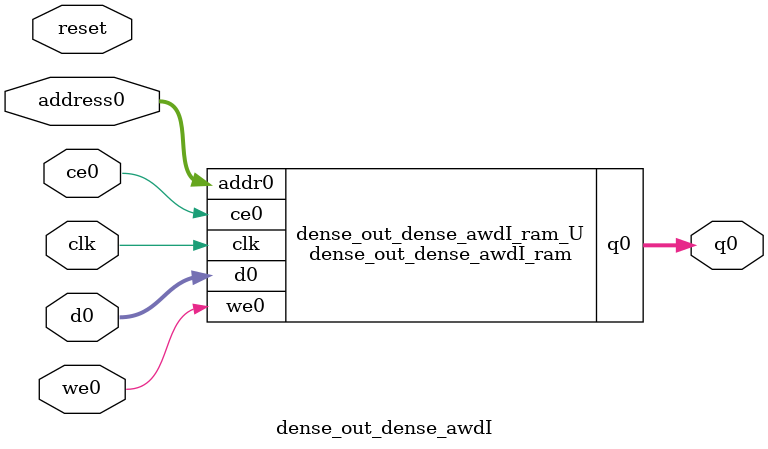
<source format=v>
`timescale 1 ns / 1 ps
module dense_out_dense_awdI_ram (addr0, ce0, d0, we0, q0,  clk);

parameter DWIDTH = 14;
parameter AWIDTH = 4;
parameter MEM_SIZE = 10;

input[AWIDTH-1:0] addr0;
input ce0;
input[DWIDTH-1:0] d0;
input we0;
output reg[DWIDTH-1:0] q0;
input clk;

(* ram_style = "distributed" *)reg [DWIDTH-1:0] ram[0:MEM_SIZE-1];




always @(posedge clk)  
begin 
    if (ce0) 
    begin
        if (we0) 
        begin 
            ram[addr0] <= d0; 
        end 
        q0 <= ram[addr0];
    end
end


endmodule

`timescale 1 ns / 1 ps
module dense_out_dense_awdI(
    reset,
    clk,
    address0,
    ce0,
    we0,
    d0,
    q0);

parameter DataWidth = 32'd14;
parameter AddressRange = 32'd10;
parameter AddressWidth = 32'd4;
input reset;
input clk;
input[AddressWidth - 1:0] address0;
input ce0;
input we0;
input[DataWidth - 1:0] d0;
output[DataWidth - 1:0] q0;



dense_out_dense_awdI_ram dense_out_dense_awdI_ram_U(
    .clk( clk ),
    .addr0( address0 ),
    .ce0( ce0 ),
    .we0( we0 ),
    .d0( d0 ),
    .q0( q0 ));

endmodule


</source>
